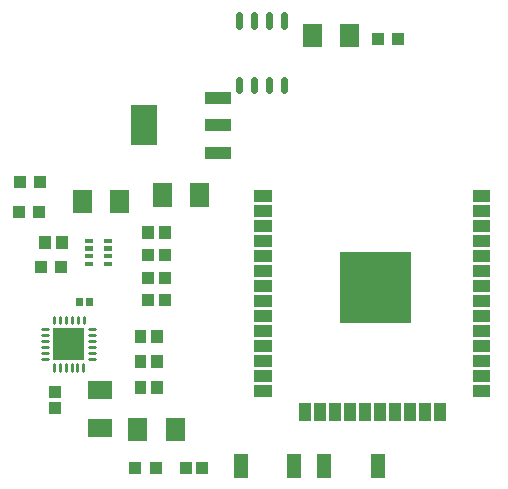
<source format=gtp>
G04 Layer: TopPasteMaskLayer*
G04 EasyEDA v6.4.7, 2020-12-08T13:31:26--8:00*
G04 2666239171464f44b57efdd4127db657,11a6c599673c4091828b82ff80a72166,10*
G04 Gerber Generator version 0.2*
G04 Scale: 100 percent, Rotated: No, Reflected: No *
G04 Dimensions in millimeters *
G04 leading zeros omitted , absolute positions ,3 integer and 3 decimal *
%FSLAX33Y33*%
%MOMM*%
G90*
D02*

%ADD15C,0.280010*%
%ADD16C,0.599999*%
%ADD18R,1.092200X0.990600*%
%ADD19R,1.099998X0.999998*%
%ADD20R,2.199996X3.499993*%
%ADD21R,2.199996X1.099998*%
%ADD22R,0.999998X1.099998*%
%ADD24R,1.199998X1.999996*%
%ADD25R,1.999996X1.600200*%
%ADD30R,1.000760X1.501140*%

%LPD*%
G54D15*
G01X4324Y16929D02*
G01X4844Y16929D01*
G01X4324Y16429D02*
G01X4844Y16429D01*
G01X4324Y15929D02*
G01X4844Y15929D01*
G01X4324Y15431D02*
G01X4844Y15431D01*
G01X4324Y14930D02*
G01X4844Y14930D01*
G01X4324Y14430D02*
G01X4844Y14430D01*
G01X5340Y13957D02*
G01X5340Y13437D01*
G01X5840Y13957D02*
G01X5840Y13437D01*
G01X6341Y13957D02*
G01X6341Y13437D01*
G01X6838Y13957D02*
G01X6838Y13437D01*
G01X7339Y13957D02*
G01X7339Y13437D01*
G01X7839Y13957D02*
G01X7839Y13437D01*
G01X8324Y14440D02*
G01X8844Y14440D01*
G01X8324Y14941D02*
G01X8844Y14941D01*
G01X8324Y15441D02*
G01X8844Y15441D01*
G01X8324Y15939D02*
G01X8844Y15939D01*
G01X8324Y16439D02*
G01X8844Y16439D01*
G01X8324Y16940D02*
G01X8844Y16940D01*
G01X7854Y17957D02*
G01X7854Y17437D01*
G01X7354Y17957D02*
G01X7354Y17437D01*
G01X6854Y17957D02*
G01X6854Y17437D01*
G01X6356Y17957D02*
G01X6356Y17437D01*
G01X5855Y17957D02*
G01X5855Y17437D01*
G01X5355Y17957D02*
G01X5355Y17437D01*
G54D16*
G01X21029Y38080D02*
G01X21029Y37160D01*
G01X22299Y38080D02*
G01X22299Y37160D01*
G01X23569Y38080D02*
G01X23569Y37160D01*
G01X24839Y38080D02*
G01X24839Y37160D01*
G01X21029Y43559D02*
G01X21029Y42639D01*
G01X22299Y43559D02*
G01X22299Y42639D01*
G01X23569Y43559D02*
G01X23569Y42639D01*
G01X24839Y43559D02*
G01X24839Y42639D01*
G54D18*
G01X34451Y41500D03*
G01X32749Y41500D03*
G54D19*
G01X5441Y10233D03*
G01X5441Y11633D03*
G54D20*
G01X13001Y34199D03*
G54D21*
G01X19198Y36500D03*
G01X19198Y34199D03*
G01X19198Y31899D03*
G54D22*
G01X17900Y5199D03*
G01X16500Y5199D03*
G36*
G01X4099Y24849D02*
G01X5099Y24849D01*
G01X5099Y23749D01*
G01X4099Y23749D01*
G01X4099Y24849D01*
G37*
G36*
G01X5499Y24849D02*
G01X6499Y24849D01*
G01X6499Y23749D01*
G01X5499Y23749D01*
G01X5499Y24849D01*
G37*
G54D18*
G01X13950Y5199D03*
G01X12249Y5199D03*
G01X5950Y22199D03*
G01X4249Y22199D03*
G36*
G01X5244Y17025D02*
G01X7925Y17025D01*
G01X7925Y14345D01*
G01X5244Y14345D01*
G01X5244Y17025D01*
G37*
G36*
G01X12180Y14723D02*
G01X13180Y14723D01*
G01X13180Y13623D01*
G01X12180Y13623D01*
G01X12180Y14723D01*
G37*
G36*
G01X13580Y14723D02*
G01X14580Y14723D01*
G01X14580Y13623D01*
G01X13580Y13623D01*
G01X13580Y14723D01*
G37*
G36*
G01X12177Y16882D02*
G01X13177Y16882D01*
G01X13177Y15782D01*
G01X12177Y15782D01*
G01X12177Y16882D01*
G37*
G36*
G01X13577Y16882D02*
G01X14577Y16882D01*
G01X14577Y15782D01*
G01X13577Y15782D01*
G01X13577Y16882D01*
G37*
G36*
G01X12180Y12564D02*
G01X13180Y12564D01*
G01X13180Y11464D01*
G01X12180Y11464D01*
G01X12180Y12564D01*
G37*
G36*
G01X13580Y12564D02*
G01X14580Y12564D01*
G01X14580Y11464D01*
G01X13580Y11464D01*
G01X13580Y12564D01*
G37*
G54D22*
G01X14712Y19380D03*
G01X13313Y19380D03*
G01X14712Y21285D03*
G01X13313Y21285D03*
G01X14715Y23190D03*
G01X13316Y23190D03*
G36*
G01X12815Y25645D02*
G01X13815Y25645D01*
G01X13815Y24545D01*
G01X12815Y24545D01*
G01X12815Y25645D01*
G37*
G36*
G01X14215Y25645D02*
G01X15215Y25645D01*
G01X15215Y24545D01*
G01X14215Y24545D01*
G01X14215Y25645D01*
G37*
G54D24*
G01X32749Y5400D03*
G01X28250Y5400D03*
G01X21150Y5400D03*
G01X25649Y5400D03*
G54D25*
G01X9251Y11785D03*
G01X9251Y8585D03*
G36*
G01X11626Y9458D02*
G01X13226Y9458D01*
G01X13226Y7458D01*
G01X11626Y7458D01*
G01X11626Y9458D01*
G37*
G36*
G01X14826Y9458D02*
G01X16426Y9458D01*
G01X16426Y7458D01*
G01X14826Y7458D01*
G01X14826Y9458D01*
G37*
G36*
G01X6927Y28762D02*
G01X8527Y28762D01*
G01X8527Y26762D01*
G01X6927Y26762D01*
G01X6927Y28762D01*
G37*
G36*
G01X10127Y28762D02*
G01X11727Y28762D01*
G01X11727Y26762D01*
G01X10127Y26762D01*
G01X10127Y28762D01*
G37*
G36*
G01X13699Y29299D02*
G01X15300Y29299D01*
G01X15300Y27299D01*
G01X13699Y27299D01*
G01X13699Y29299D01*
G37*
G36*
G01X16899Y29299D02*
G01X18500Y29299D01*
G01X18500Y27299D01*
G01X16899Y27299D01*
G01X16899Y29299D01*
G37*
G36*
G01X26399Y42799D02*
G01X28000Y42799D01*
G01X28000Y40799D01*
G01X26399Y40799D01*
G01X26399Y42799D01*
G37*
G36*
G01X29599Y42799D02*
G01X31200Y42799D01*
G01X31200Y40799D01*
G01X29599Y40799D01*
G01X29599Y42799D01*
G37*
G36*
G01X9575Y24600D02*
G01X10275Y24600D01*
G01X10275Y24250D01*
G01X9575Y24250D01*
G01X9575Y24600D01*
G37*
G36*
G01X9575Y23950D02*
G01X10275Y23950D01*
G01X10275Y23599D01*
G01X9575Y23599D01*
G01X9575Y23950D01*
G37*
G36*
G01X9575Y23290D02*
G01X10275Y23290D01*
G01X10275Y22939D01*
G01X9575Y22939D01*
G01X9575Y23290D01*
G37*
G36*
G01X9575Y22639D02*
G01X10275Y22639D01*
G01X10275Y22289D01*
G01X9575Y22289D01*
G01X9575Y22639D01*
G37*
G36*
G01X7974Y24600D02*
G01X8674Y24600D01*
G01X8674Y24250D01*
G01X7974Y24250D01*
G01X7974Y24600D01*
G37*
G36*
G01X7974Y23950D02*
G01X8674Y23950D01*
G01X8674Y23599D01*
G01X7974Y23599D01*
G01X7974Y23950D01*
G37*
G36*
G01X7974Y23290D02*
G01X8674Y23290D01*
G01X8674Y22939D01*
G01X7974Y22939D01*
G01X7974Y23290D01*
G37*
G36*
G01X7974Y22639D02*
G01X8674Y22639D01*
G01X8674Y22289D01*
G01X7974Y22289D01*
G01X7974Y22639D01*
G37*
G36*
G01X8062Y19578D02*
G01X8662Y19578D01*
G01X8662Y18929D01*
G01X8062Y18929D01*
G01X8062Y19578D01*
G37*
G36*
G01X7214Y19578D02*
G01X7814Y19578D01*
G01X7814Y18929D01*
G01X7214Y18929D01*
G01X7214Y19578D01*
G37*
G36*
G01X22303Y24921D02*
G01X23804Y24921D01*
G01X23804Y23920D01*
G01X22303Y23920D01*
G01X22303Y24921D01*
G37*
G36*
G01X22303Y23651D02*
G01X23804Y23651D01*
G01X23804Y22650D01*
G01X22303Y22650D01*
G01X22303Y23651D01*
G37*
G36*
G01X22303Y22381D02*
G01X23804Y22381D01*
G01X23804Y21380D01*
G01X22303Y21380D01*
G01X22303Y22381D01*
G37*
G36*
G01X22303Y21111D02*
G01X23804Y21111D01*
G01X23804Y20110D01*
G01X22303Y20110D01*
G01X22303Y21111D01*
G37*
G36*
G01X22303Y19841D02*
G01X23804Y19841D01*
G01X23804Y18840D01*
G01X22303Y18840D01*
G01X22303Y19841D01*
G37*
G36*
G01X22303Y18571D02*
G01X23804Y18571D01*
G01X23804Y17570D01*
G01X22303Y17570D01*
G01X22303Y18571D01*
G37*
G36*
G01X22303Y17301D02*
G01X23804Y17301D01*
G01X23804Y16300D01*
G01X22303Y16300D01*
G01X22303Y17301D01*
G37*
G36*
G01X22303Y16031D02*
G01X23804Y16031D01*
G01X23804Y15030D01*
G01X22303Y15030D01*
G01X22303Y16031D01*
G37*
G54D30*
G01X38040Y9968D03*
G36*
G01X40794Y12221D02*
G01X42296Y12221D01*
G01X42296Y11220D01*
G01X40794Y11220D01*
G01X40794Y12221D01*
G37*
G36*
G01X40794Y13491D02*
G01X42296Y13491D01*
G01X42296Y12490D01*
G01X40794Y12490D01*
G01X40794Y13491D01*
G37*
G36*
G01X40794Y14761D02*
G01X42296Y14761D01*
G01X42296Y13760D01*
G01X40794Y13760D01*
G01X40794Y14761D01*
G37*
G36*
G01X40794Y16031D02*
G01X42296Y16031D01*
G01X42296Y15030D01*
G01X40794Y15030D01*
G01X40794Y16031D01*
G37*
G36*
G01X40794Y17301D02*
G01X42296Y17301D01*
G01X42296Y16300D01*
G01X40794Y16300D01*
G01X40794Y17301D01*
G37*
G36*
G01X40794Y18571D02*
G01X42296Y18571D01*
G01X42296Y17570D01*
G01X40794Y17570D01*
G01X40794Y18571D01*
G37*
G36*
G01X40794Y19841D02*
G01X42296Y19841D01*
G01X42296Y18840D01*
G01X40794Y18840D01*
G01X40794Y19841D01*
G37*
G01X29150Y9968D03*
G36*
G01X22303Y14761D02*
G01X23804Y14761D01*
G01X23804Y13760D01*
G01X22303Y13760D01*
G01X22303Y14761D01*
G37*
G36*
G01X22303Y13491D02*
G01X23804Y13491D01*
G01X23804Y12490D01*
G01X22303Y12490D01*
G01X22303Y13491D01*
G37*
G36*
G01X22303Y12221D02*
G01X23804Y12221D01*
G01X23804Y11220D01*
G01X22303Y11220D01*
G01X22303Y12221D01*
G37*
G01X26610Y9968D03*
G01X27880Y9968D03*
G36*
G01X22303Y26191D02*
G01X23804Y26191D01*
G01X23804Y25190D01*
G01X22303Y25190D01*
G01X22303Y26191D01*
G37*
G36*
G01X22303Y27461D02*
G01X23804Y27461D01*
G01X23804Y26460D01*
G01X22303Y26460D01*
G01X22303Y27461D01*
G37*
G36*
G01X22303Y28731D02*
G01X23804Y28731D01*
G01X23804Y27730D01*
G01X22303Y27730D01*
G01X22303Y28731D01*
G37*
G01X30420Y9968D03*
G01X31690Y9968D03*
G01X32960Y9968D03*
G01X36770Y9968D03*
G01X35500Y9968D03*
G01X34230Y9968D03*
G36*
G01X40794Y21111D02*
G01X42296Y21111D01*
G01X42296Y20110D01*
G01X40794Y20110D01*
G01X40794Y21111D01*
G37*
G36*
G01X40794Y22381D02*
G01X42296Y22381D01*
G01X42296Y21380D01*
G01X40794Y21380D01*
G01X40794Y22381D01*
G37*
G36*
G01X40794Y23651D02*
G01X42296Y23651D01*
G01X42296Y22650D01*
G01X40794Y22650D01*
G01X40794Y23651D01*
G37*
G36*
G01X40794Y24921D02*
G01X42296Y24921D01*
G01X42296Y23920D01*
G01X40794Y23920D01*
G01X40794Y24921D01*
G37*
G36*
G01X40794Y26191D02*
G01X42296Y26191D01*
G01X42296Y25190D01*
G01X40794Y25190D01*
G01X40794Y26191D01*
G37*
G36*
G01X40794Y27461D02*
G01X42296Y27461D01*
G01X42296Y26460D01*
G01X40794Y26460D01*
G01X40794Y27461D01*
G37*
G36*
G01X40794Y28731D02*
G01X42296Y28731D01*
G01X42296Y27730D01*
G01X40794Y27730D01*
G01X40794Y28731D01*
G37*
G36*
G01X29605Y23509D02*
G01X35604Y23509D01*
G01X35604Y17509D01*
G01X29605Y17509D01*
G01X29605Y23509D01*
G37*
G54D18*
G01X4150Y29399D03*
G01X2449Y29399D03*
G01X4050Y26899D03*
G01X2349Y26899D03*
M00*
M02*

</source>
